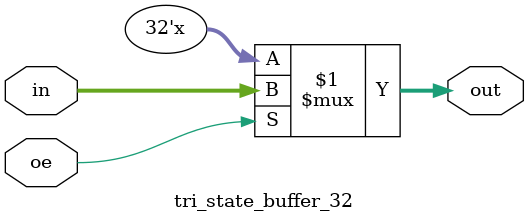
<source format=v>
module tri_state_buffer_32(out, in, oe);
    input[31:0] in;
    input oe;
    output[31:0] out;

    assign out = oe ? in : 32'bz;
endmodule
</source>
